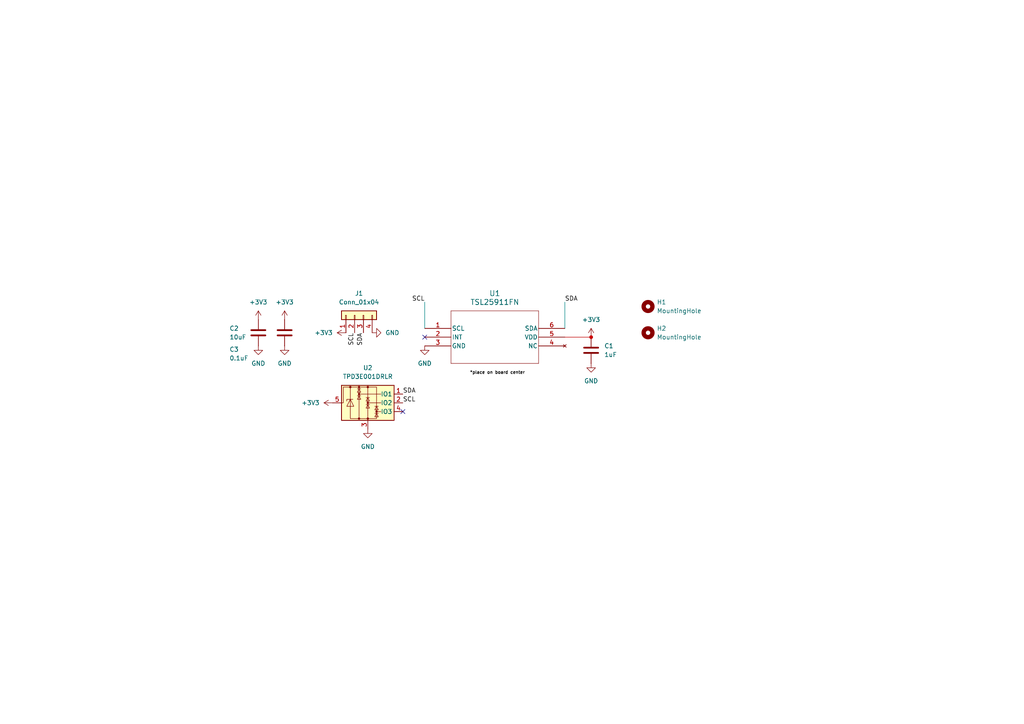
<source format=kicad_sch>
(kicad_sch (version 20231120) (generator "eeschema") (generator_version "8.0")
  (paper "A4")
  (title_block (title "Lux Module") (rev "A") (company "Jeevan Sanchez"))
  (lib_symbols
    (symbol "Connector_Generic:Conn_01x04" (pin_names (offset 1.016) hide)
      (property "Reference" "J" (at 0 5.08 0))
      (property "Value" "Conn_01x04" (at 0 -7.62 0))
      (symbol "Conn_01x04_1_1"
        (rectangle (start -1.27 -4.953) (end 0 -5.207) (stroke (width 0.1524)))
        (rectangle (start -1.27 -2.413) (end 0 -2.667) (stroke (width 0.1524)))
        (rectangle (start -1.27 0.127) (end 0 -0.127) (stroke (width 0.1524)))
        (rectangle (start -1.27 2.667) (end 0 2.413) (stroke (width 0.1524)))
        (rectangle (start -1.27 3.81) (end 1.27 -6.35) (stroke (width 0.254)) (fill (type background)))
        (pin passive line (at -5.08 2.54 0) (length 3.81) (name "Pin_1") (number "1"))
        (pin passive line (at -5.08 0 0) (length 3.81) (name "Pin_2") (number "2"))
        (pin passive line (at -5.08 -2.54 0) (length 3.81) (name "Pin_3") (number "3"))
        (pin passive line (at -5.08 -5.08 0) (length 3.81) (name "Pin_4") (number "4"))
      )
    )
    (symbol "Device:C" (pin_numbers hide) (pin_names (offset 0.254))
      (property "Reference" "C" (at 0.635 2.54 0))
      (property "Value" "C" (at 0.635 -2.54 0))
      (symbol "C_0_1"
        (polyline (pts (xy -2.032 -0.762) (xy 2.032 -0.762)) (stroke (width 0.508)))
        (polyline (pts (xy -2.032 0.762) (xy 2.032 0.762)) (stroke (width 0.508)))
      )
      (symbol "C_1_1"
        (pin passive line (at 0 3.81 270) (length 2.794) (name "~") (number "1"))
        (pin passive line (at 0 -3.81 90) (length 2.794) (name "~") (number "2"))
      )
    )
    (symbol "Mechanical:MountingHole" (pin_names (offset 1.016)) (exclude_from_sim yes) (in_bom no)
      (property "Reference" "H" (at 0 5.08 0))
      (property "Value" "MountingHole" (at 0 3.175 0))
      (symbol "MountingHole_0_1"
        (circle (center 0 0) (radius 1.27) (stroke (width 1.27)))
      )
    )
    (symbol "Power_Protection:TPD3E001DRLR"
      (property "Reference" "U" (at -5.08 6.35 0))
      (property "Value" "TPD3E001DRLR" (at 8.89 -7.62 0))
      (symbol "TPD3E001DRLR_0_1"
        (rectangle (start -7.62 5.08) (end 7.62 -5.08) (stroke (width 0.254)) (fill (type background)))
        (circle (center -5.08 4.572) (radius 0.254) (fill (type outline)))
        (circle (center -2.54 -4.572) (radius 0.254) (fill (type outline)))
        (circle (center -2.54 2.54) (radius 0.254) (fill (type outline)))
        (circle (center -2.54 4.572) (radius 0.254) (fill (type outline)))
        (circle (center 0 -4.572) (radius 0.254) (fill (type outline)))
        (polyline (pts (xy -2.54 2.54) (xy 3.81 2.54)))
        (polyline (pts (xy -2.54 4.572) (xy -2.54 -4.572)))
        (polyline (pts (xy -2.032 2.032) (xy -3.048 2.032)))
        (polyline (pts (xy -2.032 4.064) (xy -3.048 4.064)))
        (polyline (pts (xy 0 -5.08) (xy 0 4.572)))
        (polyline (pts (xy 0 0) (xy 3.81 0)))
        (polyline (pts (xy 0.508 -0.508) (xy -0.508 -0.508)))
        (polyline (pts (xy 0.508 1.524) (xy -0.508 1.524)))
        (polyline (pts (xy 2.54 -2.54) (xy 3.81 -2.54)))
        (polyline (pts (xy 3.048 -3.048) (xy 2.032 -3.048)))
        (polyline (pts (xy 3.048 -1.016) (xy 2.032 -1.016)))
        (polyline (pts (xy -4.318 1.016) (xy -6.096 1.016) (xy -6.096 0.508)))
        (polyline (pts (xy -7.62 0) (xy -7.112 0) (xy -7.112 4.572) (xy -5.08 4.572)))
        (polyline (pts (xy -5.08 1.016) (xy -6.096 -1.016) (xy -4.064 -1.016) (xy -5.08 1.016)))
        (polyline (pts (xy -2.54 2.032) (xy -3.048 1.016) (xy -2.032 1.016) (xy -2.54 2.032)))
        (polyline (pts (xy -2.54 4.064) (xy -3.048 3.048) (xy -2.032 3.048) (xy -2.54 4.064)))
        (polyline (pts (xy 0 -0.508) (xy -0.508 -1.524) (xy 0.508 -1.524) (xy 0 -0.508)))
        (polyline (pts (xy 0 1.524) (xy -0.508 0.508) (xy 0.508 0.508) (xy 0 1.524)))
        (polyline (pts (xy 2.54 -3.048) (xy 2.032 -4.064) (xy 3.048 -4.064) (xy 2.54 -3.048)))
        (polyline (pts (xy 2.54 -1.016) (xy 2.032 -2.032) (xy 3.048 -2.032) (xy 2.54 -1.016)))
        (circle (center 0 0) (radius 0.254) (fill (type outline)))
        (circle (center 0 4.572) (radius 0.254) (fill (type outline)))
        (rectangle (start 2.54 -4.572) (end -5.08 4.572))
        (circle (center 2.54 -2.54) (radius 0.254) (fill (type outline)))
      )
      (symbol "TPD3E001DRLR_1_1"
        (pin passive line (at 10.16 2.54 180) (length 2.54) (name "IO1") (number "1"))
        (pin passive line (at 10.16 0 180) (length 2.54) (name "IO2") (number "2"))
        (pin passive line (at 0 -7.62 90) (length 2.54) (name "~") (number "3"))
        (pin passive line (at 10.16 -2.54 180) (length 2.54) (name "IO3") (number "4"))
        (pin passive line (at -10.16 0 0) (length 2.54) (name "~") (number "5"))
      )
    )
    (symbol "lux-TSL2591:TSL25911FN" (pin_names (offset 0.254))
      (property "Reference" "U" (at 20.32 10.16 0))
      (property "Value" "TSL25911FN" (at 20.32 7.62 0))
      (symbol "TSL25911FN_0_1"
        (polyline (pts (xy 7.62 -10.16) (xy 33.02 -10.16)) (stroke (width 0.127)))
        (polyline (pts (xy 7.62 5.08) (xy 7.62 -10.16)) (stroke (width 0.127)))
        (polyline (pts (xy 33.02 -10.16) (xy 33.02 5.08)) (stroke (width 0.127)))
        (polyline (pts (xy 33.02 5.08) (xy 7.62 5.08)) (stroke (width 0.127)))
        (pin unspecified line (at 0 0 0) (length 7.62) (name "SCL") (number "1"))
        (pin unspecified line (at 0 -2.54 0) (length 7.62) (name "INT") (number "2"))
        (pin power_out line (at 0 -5.08 0) (length 7.62) (name "GND") (number "3"))
        (pin no_connect line (at 40.64 -5.08 180) (length 7.62) (name "NC") (number "4"))
        (pin power_in line (at 40.64 -2.54 180) (length 7.62) (name "VDD") (number "5"))
        (pin unspecified line (at 40.64 0 180) (length 7.62) (name "SDA") (number "6"))
      )
    )
    (symbol "power:+3V3" (power) (pin_numbers hide) (pin_names (offset 0) hide)
      (property "Value" "+3V3" (at 0 3.556 0))
      (symbol "+3V3_0_1"
        (polyline (pts (xy -0.762 1.27) (xy 0 2.54)))
        (polyline (pts (xy 0 0) (xy 0 2.54)))
        (polyline (pts (xy 0 2.54) (xy 0.762 1.27)))
      )
      (symbol "+3V3_1_1"
        (pin power_in line (at 0 0 90) (length 0) (name "~") (number "1"))
      )
    )
    (symbol "power:GND" (power) (pin_numbers hide) (pin_names (offset 0) hide)
      (property "Value" "GND" (at 0 -3.81 0))
      (symbol "GND_0_1"
        (polyline (pts (xy 0 0) (xy 0 -1.27) (xy 1.27 -1.27) (xy 0 -2.54) (xy -1.27 -1.27) (xy 0 -1.27)))
      )
      (symbol "GND_1_1"
        (pin power_in line (at 0 0 270) (length 0) (name "~") (number "1"))
      )
    )
  )
  (junction (at 171.45 97.79) (color 194 0 0 1))
  (no_connect (at 116.84 119.38))
  (no_connect (at 123.19 97.79))
  (wire (pts (xy 163.83 87.63) (xy 163.83 95.25)) (stroke (width 0) (color 0 132 132 1)))
  (wire (pts (xy 123.19 87.63) (xy 123.19 95.25)) (stroke (width 0) (color 0 132 132 1)))
  (wire (pts (xy 163.83 97.79) (xy 171.45 97.79)) (stroke (width 0) (color 194 0 0 1)))
  (text "*place on board center" (at 144.272 108.204 0) (effects (font (size 0.889 0.889))))
  (label "SDA" (at 116.84 114.3 0))
  (label "SDA" (at 163.83 87.63 0))
  (label "SDA" (at 105.41 96.52 270))
  (label "SCL" (at 102.87 96.52 270))
  (label "SCL" (at 123.19 87.63 180))
  (label "SCL" (at 116.84 116.84 0))
  (symbol (lib_id "power:GND") (at 123.19 100.33 0) (unit 1)
    (property "Reference" "#PWR01" (effects (hide yes)))
    (property "Value" "GND" (at 123.19 105.41 0))
    (property "Description" "Power symbol creates a global label with name \"GND\" , ground" (effects (hide yes)))
  )
  (symbol (lib_id "Device:C") (at 74.93 96.52 0) (unit 1)
    (property "Reference" "C2" (at 66.548 95.25 0) (effects (justify left)))
    (property "Value" "10uF" (at 66.548 97.79 0) (effects (justify left)))
    (property "Footprint" "Capacitor_SMD:C_0805_2012Metric" (effects (hide yes)))
    (property "Description" "Unpolarized capacitor" (effects (hide yes)))
    (property "MPN" "CL21B106KOQNNNE" (effects (hide yes)))
    (property "Purchase" "Yes" (effects (hide yes)))
  )
  (symbol (lib_id "power:+3V3") (at 100.33 96.52 90) (unit 1)
    (property "Reference" "#PWR05" (effects (hide yes)))
    (property "Value" "+3V3" (at 96.52 96.5199 90) (effects (justify left)))
    (property "Description" "Power symbol creates a global label with name \"+3V3\"" (effects (hide yes)))
  )
  (symbol (lib_id "Device:C") (at 171.45 101.6 0) (unit 1)
    (property "Reference" "C1" (at 175.26 100.3299 0) (effects (justify left)))
    (property "Value" "1uF" (at 175.26 102.8699 0) (effects (justify left)))
    (property "Footprint" "Capacitor_SMD:C_0805_2012Metric" (effects (hide yes)))
    (property "Description" "Unpolarized capacitor" (effects (hide yes)))
    (property "MPN" "C0805C104K5RACTU" (effects (hide yes)))
    (property "Purchase" "Yes" (effects (hide yes)))
  )
  (symbol (lib_id "lux-TSL2591:TSL25911FN") (at 123.19 95.25 0) (unit 1)
    (property "Reference" "U1" (at 143.51 85.09 0) (effects (font (size 1.524 1.524))))
    (property "Value" "TSL25911FN" (at 143.51 87.63 0) (effects (font (size 1.524 1.524))))
    (property "Footprint" "ul_TSL25911FN:lux-TSL2591" (effects (hide yes)))
    (property "Datasheet" "https://cdn-shop.adafruit.com/datasheets/TSL25911_Datasheet_EN_v1.pdf" (effects (hide yes)))
    (property "Description" "Light Sensor" (effects (hide yes)))
    (property "MPN" "TSL25911FN" (effects (hide yes)))
    (property "Purchase" "Yes" (effects (hide yes)))
  )
  (symbol (lib_id "power:GND") (at 106.68 124.46 0) (unit 1)
    (property "Reference" "#PWR08" (effects (hide yes)))
    (property "Value" "GND" (at 106.68 129.54 0))
    (property "Description" "Power symbol creates a global label with name \"GND\" , ground" (effects (hide yes)))
  )
  (symbol (lib_id "Mechanical:MountingHole") (at 187.96 88.9 0) (unit 1) (exclude_from_sim yes) (in_bom no)
    (property "Reference" "H1" (at 190.5 87.6299 0) (effects (justify left)))
    (property "Value" "MountingHole" (at 190.5 90.1699 0) (effects (justify left)))
    (property "Footprint" "MountingHole:MountingHole_2.2mm_M2" (effects (hide yes)))
    (property "Description" "Mounting Hole without connection" (effects (hide yes)))
    (property "MPN" "N/A" (effects (hide yes)))
    (property "Purchase" "N/A" (effects (hide yes)))
  )
  (symbol (lib_id "Device:C") (at 82.55 96.52 0) (unit 1)
    (property "Reference" "C3" (at 66.548 101.346 0) (effects (justify left)))
    (property "Value" "0.1uF" (at 66.548 103.886 0) (effects (justify left)))
    (property "Footprint" "Capacitor_SMD:C_0805_2012Metric" (effects (hide yes)))
    (property "Description" "Unpolarized capacitor" (effects (hide yes)))
    (property "MPN" "CL21B104KBCNNNC" (effects (hide yes)))
    (property "Purchase" "Yes" (effects (hide yes)))
  )
  (symbol (lib_id "Power_Protection:TPD3E001DRLR") (at 106.68 116.84 0) (unit 1)
    (property "Reference" "U2" (at 106.68 106.68 0))
    (property "Value" "TPD3E001DRLR" (at 106.68 109.22 0))
    (property "Footprint" "Package_TO_SOT_SMD:SOT-553" (effects (hide yes)))
    (property "Datasheet" "http://www.ti.com/lit/ds/symlink/tpd3e001.pdf" (effects (hide yes)))
    (property "Description" "TPD3E001 Low-Capacitance 3-Channel ESD-Protection for High-Speed Data Interfaces" (effects (hide yes)))
    (property "MPN" "TPD3E001DRLR" (effects (hide yes)))
    (property "Purchase" "Yes" (effects (hide yes)))
  )
  (symbol (lib_id "Connector_Generic:Conn_01x04") (at 102.87 91.44 90) (unit 1)
    (property "Reference" "J1" (at 104.14 85.09 90))
    (property "Value" "Conn_01x04" (at 104.14 87.63 90))
    (property "Footprint" "S04B_PASK_2:CONN4_S04B-PASK_JST" (effects (hide yes)))
    (property "Description" "Generic connector, single row, 01x04, script generated (kicad-library-utils/schlib/autogen/connector/)" (effects (hide yes)))
    (property "MPN" "S04B-PASK-2" (effects (hide yes)))
    (property "Purchase" "Yes" (effects (hide yes)))
  )
  (symbol (lib_id "power:GND") (at 82.55 100.33 0) (unit 1)
    (property "Reference" "#PWR011" (effects (hide yes)))
    (property "Value" "GND" (at 82.55 105.41 0))
    (property "Description" "Power symbol creates a global label with name \"GND\" , ground" (effects (hide yes)))
  )
  (symbol (lib_id "power:+3V3") (at 171.45 97.79 0) (unit 1)
    (property "Reference" "#PWR02" (effects (hide yes)))
    (property "Value" "+3V3" (at 171.45 92.71 0))
    (property "Description" "Power symbol creates a global label with name \"+3V3\"" (effects (hide yes)))
  )
  (symbol (lib_id "power:+3V3") (at 96.52 116.84 90) (unit 1)
    (property "Reference" "#PWR07" (effects (hide yes)))
    (property "Value" "+3V3" (at 92.71 116.8399 90) (effects (justify left)))
    (property "Description" "Power symbol creates a global label with name \"+3V3\"" (effects (hide yes)))
  )
  (symbol (lib_id "power:GND") (at 74.93 100.33 0) (unit 1)
    (property "Reference" "#PWR010" (effects (hide yes)))
    (property "Value" "GND" (at 74.93 105.41 0))
    (property "Description" "Power symbol creates a global label with name \"GND\" , ground" (effects (hide yes)))
  )
  (symbol (lib_id "power:+3V3") (at 82.55 92.71 0) (unit 1)
    (property "Reference" "#PWR06" (effects (hide yes)))
    (property "Value" "+3V3" (at 82.55 87.63 0))
    (property "Description" "Power symbol creates a global label with name \"+3V3\"" (effects (hide yes)))
  )
  (symbol (lib_id "power:+3V3") (at 74.93 92.71 0) (unit 1)
    (property "Reference" "#PWR09" (effects (hide yes)))
    (property "Value" "+3V3" (at 74.93 87.63 0))
    (property "Description" "Power symbol creates a global label with name \"+3V3\"" (effects (hide yes)))
  )
  (symbol (lib_id "Mechanical:MountingHole") (at 187.96 96.52 0) (unit 1) (exclude_from_sim yes) (in_bom no)
    (property "Reference" "H2" (at 190.5 95.2499 0) (effects (justify left)))
    (property "Value" "MountingHole" (at 190.5 97.7899 0) (effects (justify left)))
    (property "Footprint" "MountingHole:MountingHole_2.2mm_M2" (effects (hide yes)))
    (property "Description" "Mounting Hole without connection" (effects (hide yes)))
    (property "MPN" "N/A" (effects (hide yes)))
    (property "Purchase" "N/A" (effects (hide yes)))
  )
  (symbol (lib_id "power:GND") (at 171.45 105.41 0) (unit 1)
    (property "Reference" "#PWR03" (effects (hide yes)))
    (property "Value" "GND" (at 171.45 110.49 0))
    (property "Description" "Power symbol creates a global label with name \"GND\" , ground" (effects (hide yes)))
  )
  (symbol (lib_id "power:GND") (at 107.95 96.52 90) (unit 1)
    (property "Reference" "#PWR04" (effects (hide yes)))
    (property "Value" "GND" (at 111.76 96.5199 90) (effects (justify right)))
    (property "Description" "Power symbol creates a global label with name \"GND\" , ground" (effects (hide yes)))
  )
)
</source>
